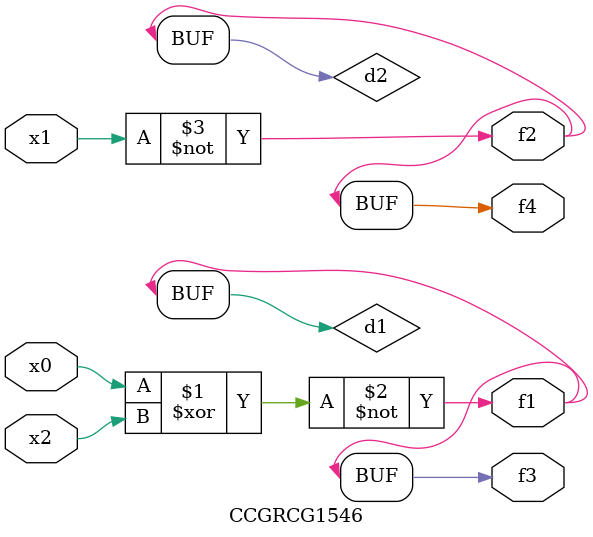
<source format=v>
module CCGRCG1546(
	input x0, x1, x2,
	output f1, f2, f3, f4
);

	wire d1, d2, d3;

	xnor (d1, x0, x2);
	nand (d2, x1);
	nor (d3, x1, x2);
	assign f1 = d1;
	assign f2 = d2;
	assign f3 = d1;
	assign f4 = d2;
endmodule

</source>
